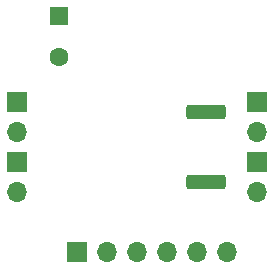
<source format=gbr>
%TF.GenerationSoftware,KiCad,Pcbnew,(7.0.0-rc1-145-gbd6d0b6cb6)*%
%TF.CreationDate,2023-03-28T23:28:49+02:00*%
%TF.ProjectId,2HBR_MINIMAL,32484252-5f4d-4494-9e49-4d414c2e6b69,rev?*%
%TF.SameCoordinates,Original*%
%TF.FileFunction,Soldermask,Bot*%
%TF.FilePolarity,Negative*%
%FSLAX46Y46*%
G04 Gerber Fmt 4.6, Leading zero omitted, Abs format (unit mm)*
G04 Created by KiCad (PCBNEW (7.0.0-rc1-145-gbd6d0b6cb6)) date 2023-03-28 23:28:49*
%MOMM*%
%LPD*%
G01*
G04 APERTURE LIST*
G04 Aperture macros list*
%AMRoundRect*
0 Rectangle with rounded corners*
0 $1 Rounding radius*
0 $2 $3 $4 $5 $6 $7 $8 $9 X,Y pos of 4 corners*
0 Add a 4 corners polygon primitive as box body*
4,1,4,$2,$3,$4,$5,$6,$7,$8,$9,$2,$3,0*
0 Add four circle primitives for the rounded corners*
1,1,$1+$1,$2,$3*
1,1,$1+$1,$4,$5*
1,1,$1+$1,$6,$7*
1,1,$1+$1,$8,$9*
0 Add four rect primitives between the rounded corners*
20,1,$1+$1,$2,$3,$4,$5,0*
20,1,$1+$1,$4,$5,$6,$7,0*
20,1,$1+$1,$6,$7,$8,$9,0*
20,1,$1+$1,$8,$9,$2,$3,0*%
G04 Aperture macros list end*
%ADD10R,1.700000X1.700000*%
%ADD11O,1.700000X1.700000*%
%ADD12R,1.600000X1.600000*%
%ADD13C,1.600000*%
%ADD14RoundRect,0.250000X-1.425000X0.362500X-1.425000X-0.362500X1.425000X-0.362500X1.425000X0.362500X0*%
G04 APERTURE END LIST*
D10*
%TO.C,J4*%
X124459999Y-106679999D03*
D11*
X124459999Y-109219999D03*
%TD*%
D10*
%TO.C,J5*%
X124459999Y-111759999D03*
D11*
X124459999Y-114299999D03*
%TD*%
D10*
%TO.C,J6*%
X144779999Y-111759999D03*
D11*
X144779999Y-114299999D03*
%TD*%
D12*
%TO.C,C8*%
X128015999Y-99439348D03*
D13*
X128016000Y-102939349D03*
%TD*%
D10*
%TO.C,J3*%
X129539999Y-119379999D03*
D11*
X132079999Y-119379999D03*
X134619999Y-119379999D03*
X137159999Y-119379999D03*
X139699999Y-119379999D03*
X142239999Y-119379999D03*
%TD*%
D10*
%TO.C,J2*%
X144779999Y-106679999D03*
D11*
X144779999Y-109219999D03*
%TD*%
D14*
%TO.C,R8*%
X140462000Y-107527500D03*
X140462000Y-113452500D03*
%TD*%
M02*

</source>
